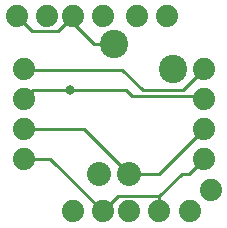
<source format=gbr>
G04 #@! TF.GenerationSoftware,KiCad,Pcbnew,(5.1.2)-1*
G04 #@! TF.CreationDate,2019-10-23T14:11:38-07:00*
G04 #@! TF.ProjectId,SparkFun-Cherry-MX-Switch-Breakout,53706172-6b46-4756-9e2d-436865727279,rev?*
G04 #@! TF.SameCoordinates,Original*
G04 #@! TF.FileFunction,Copper,L1,Top*
G04 #@! TF.FilePolarity,Positive*
%FSLAX46Y46*%
G04 Gerber Fmt 4.6, Leading zero omitted, Abs format (unit mm)*
G04 Created by KiCad (PCBNEW (5.1.2)-1) date 2019-10-23 14:11:38*
%MOMM*%
%LPD*%
G04 APERTURE LIST*
%ADD10C,2.400000*%
%ADD11C,2.032000*%
%ADD12C,1.879600*%
%ADD13C,0.800000*%
%ADD14C,0.254000*%
%ADD15C,0.250000*%
G04 APERTURE END LIST*
D10*
X155000000Y-96200000D03*
X150000000Y-94100000D03*
D11*
X151270000Y-105080000D03*
X148730000Y-105080000D03*
D12*
X158209551Y-106458949D03*
X156413500Y-108255000D03*
X154445000Y-91745000D03*
X151905000Y-91745000D03*
X142380000Y-103810000D03*
X142380000Y-101270000D03*
X142380000Y-98730000D03*
X142380000Y-96190000D03*
X157620000Y-103810000D03*
X157620000Y-101270000D03*
X157620000Y-98730000D03*
X157620000Y-96190000D03*
X144285000Y-91745000D03*
X141745000Y-91745000D03*
X153810000Y-108255000D03*
X151270000Y-108255000D03*
X149047500Y-91745000D03*
X146507500Y-91745000D03*
X149047500Y-108255000D03*
X146507500Y-108255000D03*
D13*
X146277001Y-97972999D03*
D14*
X141745000Y-91745000D02*
X143015000Y-93015000D01*
X146507500Y-91745000D02*
X145237500Y-93015000D01*
X145237500Y-93015000D02*
X143015000Y-93015000D01*
X143137001Y-97972999D02*
X142380000Y-98730000D01*
X150972961Y-97972999D02*
X146277001Y-97972999D01*
X151499962Y-98500000D02*
X150972961Y-97972999D01*
X157620000Y-98730000D02*
X157390000Y-98500000D01*
X157390000Y-98500000D02*
X151499962Y-98500000D01*
X146277001Y-97972999D02*
X143137001Y-97972999D01*
D15*
X146507500Y-92304556D02*
X146507500Y-91745000D01*
X148302944Y-94100000D02*
X146507500Y-92304556D01*
X150000000Y-94100000D02*
X148302944Y-94100000D01*
D14*
X142380000Y-101270000D02*
X147460000Y-101270000D01*
X147460000Y-101270000D02*
X151270000Y-105080000D01*
X151270000Y-105080000D02*
X153810000Y-105080000D01*
X153810000Y-105080000D02*
X157620000Y-101270000D01*
X142380000Y-103810000D02*
X144602500Y-103810000D01*
X144602500Y-103810000D02*
X149047500Y-108255000D01*
X149047500Y-108255000D02*
X150317500Y-106985000D01*
X150317500Y-106985000D02*
X153810000Y-106985000D01*
X153810000Y-108255000D02*
X153810000Y-106985000D01*
X153810000Y-106985000D02*
X155715000Y-105080000D01*
X155715000Y-105080000D02*
X156350000Y-105080000D01*
X156350000Y-105080000D02*
X157620000Y-103810000D01*
X155810000Y-98000000D02*
X157620000Y-96190000D01*
X152445000Y-98000000D02*
X155810000Y-98000000D01*
X150695000Y-96250000D02*
X152445000Y-98000000D01*
X142380000Y-96190000D02*
X142440000Y-96250000D01*
X142440000Y-96250000D02*
X150695000Y-96250000D01*
M02*

</source>
